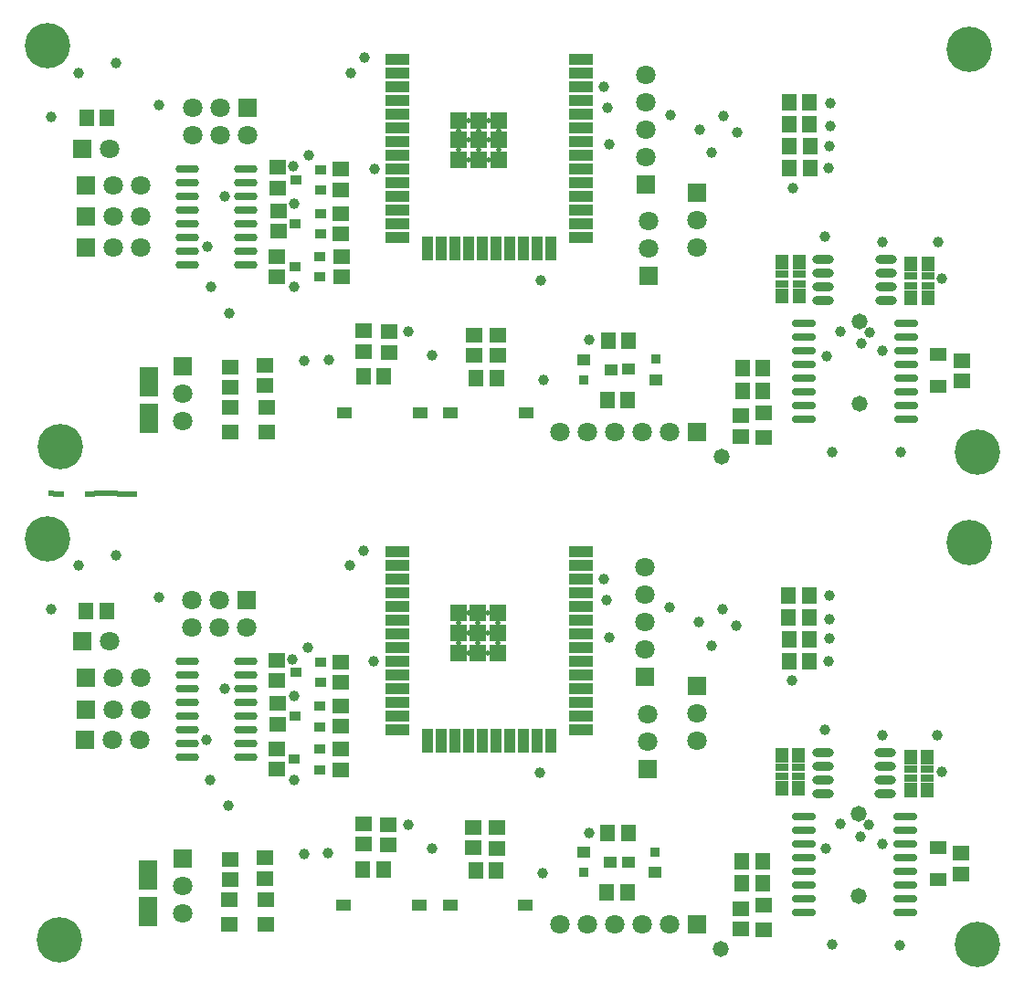
<source format=gts>
G04 Layer_Color=8388736*
%FSTAX24Y24*%
%MOIN*%
G70*
G01*
G75*
%ADD10R,0.0374X0.0354*%
%ADD50R,0.0454X0.0434*%
%ADD51R,0.0631X0.0552*%
%ADD52R,0.0474X0.0537*%
%ADD53R,0.0474X0.0280*%
%ADD54R,0.0552X0.0631*%
%ADD55R,0.0630X0.0580*%
%ADD56R,0.0552X0.0395*%
%ADD57R,0.0671X0.1064*%
%ADD58R,0.0631X0.0474*%
%ADD59O,0.0789X0.0316*%
%ADD60R,0.0434X0.0356*%
%ADD61O,0.0880X0.0297*%
%ADD62R,0.0867X0.0434*%
%ADD63R,0.0434X0.0867*%
%ADD64R,0.0604X0.0604*%
%ADD65O,0.0867X0.0297*%
%ADD66R,0.0710X0.0710*%
%ADD67C,0.0710*%
%ADD68R,0.0710X0.0710*%
%ADD69C,0.0198*%
%ADD70C,0.1655*%
%ADD71C,0.0237*%
%ADD72C,0.0580*%
%ADD73C,0.0395*%
D10*
X034082Y05079D02*
D03*
X036693Y051553D02*
D03*
X034067Y032809D02*
D03*
X036677Y033573D02*
D03*
D50*
X035067Y051164D02*
D03*
X034082Y051538D02*
D03*
X035708Y051179D02*
D03*
X036693Y050805D02*
D03*
X034067Y033557D02*
D03*
X035051Y033183D02*
D03*
X036677Y032825D02*
D03*
X035693Y033199D02*
D03*
D51*
X047866Y051498D02*
D03*
Y05075D02*
D03*
X039815Y048735D02*
D03*
Y049483D02*
D03*
X030933Y052429D02*
D03*
Y051681D02*
D03*
X030059Y051693D02*
D03*
Y052441D02*
D03*
X026964Y051796D02*
D03*
Y052544D02*
D03*
X026051Y052579D02*
D03*
Y051831D02*
D03*
X02522Y057741D02*
D03*
Y058489D02*
D03*
Y056123D02*
D03*
Y056871D02*
D03*
X02524Y054544D02*
D03*
Y055292D02*
D03*
X022925Y056961D02*
D03*
Y056213D02*
D03*
X022885Y05456D02*
D03*
Y055308D02*
D03*
X022894Y058555D02*
D03*
Y057807D02*
D03*
X022452Y050579D02*
D03*
Y051327D02*
D03*
X021181Y050524D02*
D03*
Y051272D02*
D03*
X025204Y040508D02*
D03*
Y03976D02*
D03*
X026036Y03385D02*
D03*
Y034599D02*
D03*
X022436Y033347D02*
D03*
Y032599D02*
D03*
X021165Y033292D02*
D03*
Y032544D02*
D03*
X04785Y03277D02*
D03*
Y033518D02*
D03*
X039799Y031502D02*
D03*
Y030754D02*
D03*
X022878Y039827D02*
D03*
Y040575D02*
D03*
X025204Y03889D02*
D03*
Y038142D02*
D03*
X02291Y038232D02*
D03*
Y03898D02*
D03*
X025224Y037312D02*
D03*
Y036564D02*
D03*
X02287Y037327D02*
D03*
Y036579D02*
D03*
X026948Y034564D02*
D03*
Y033816D02*
D03*
X030043Y034461D02*
D03*
Y033713D02*
D03*
X030917Y033701D02*
D03*
Y034449D02*
D03*
D52*
X046008Y053795D02*
D03*
Y055015D02*
D03*
X046628Y053795D02*
D03*
Y055015D02*
D03*
X041938Y055087D02*
D03*
Y053867D02*
D03*
X041318Y055087D02*
D03*
Y053867D02*
D03*
X041302Y035887D02*
D03*
Y037107D02*
D03*
X041922Y035887D02*
D03*
Y037107D02*
D03*
X046612Y037035D02*
D03*
Y035815D02*
D03*
X045992Y037035D02*
D03*
Y035815D02*
D03*
D53*
X046008Y054235D02*
D03*
X046007Y054576D02*
D03*
X046628Y054235D02*
D03*
Y054576D02*
D03*
X041938Y054648D02*
D03*
X041938Y054306D02*
D03*
X041317Y054648D02*
D03*
Y054306D02*
D03*
X041301Y036326D02*
D03*
Y036667D02*
D03*
X041922Y036326D02*
D03*
X041922Y036667D02*
D03*
X046613Y036596D02*
D03*
Y036254D02*
D03*
X045991Y036596D02*
D03*
X045992Y036254D02*
D03*
D54*
X042309Y060918D02*
D03*
X041561D02*
D03*
X042309Y060118D02*
D03*
X041561D02*
D03*
X042327Y059315D02*
D03*
X041579D02*
D03*
X042325Y058516D02*
D03*
X041577D02*
D03*
X04061Y051211D02*
D03*
X039862D02*
D03*
X04061Y0504D02*
D03*
X039862D02*
D03*
X034971Y052227D02*
D03*
X035719D02*
D03*
X034935Y05007D02*
D03*
X035683D02*
D03*
X030892Y050866D02*
D03*
X030144D02*
D03*
X026029Y050918D02*
D03*
X026777D02*
D03*
X015927Y06035D02*
D03*
X016675D02*
D03*
X035667Y032089D02*
D03*
X034919D02*
D03*
X035703Y034247D02*
D03*
X034955D02*
D03*
X041561Y040536D02*
D03*
X042309D02*
D03*
X041563Y041335D02*
D03*
X042311D02*
D03*
X041546Y042138D02*
D03*
X042294D02*
D03*
X041546Y042937D02*
D03*
X042294D02*
D03*
X016659Y04237D02*
D03*
X015911D02*
D03*
X030128Y032885D02*
D03*
X030876D02*
D03*
X026761Y032938D02*
D03*
X026013D02*
D03*
X039846Y033231D02*
D03*
X040594D02*
D03*
X039846Y03242D02*
D03*
X040594D02*
D03*
D55*
X040653Y048689D02*
D03*
Y049589D02*
D03*
X0225Y048904D02*
D03*
Y049804D02*
D03*
X021173Y048908D02*
D03*
Y049808D02*
D03*
X022484Y031824D02*
D03*
Y030924D02*
D03*
X021157Y031827D02*
D03*
Y030927D02*
D03*
X040638Y031609D02*
D03*
Y030709D02*
D03*
D56*
X031964Y049597D02*
D03*
X029208D02*
D03*
X025338D02*
D03*
X028094D02*
D03*
X029193Y031616D02*
D03*
X031949D02*
D03*
X028079D02*
D03*
X025323D02*
D03*
D57*
X018205Y04938D02*
D03*
Y050719D02*
D03*
X018189Y032738D02*
D03*
Y0314D02*
D03*
D58*
X047008Y051709D02*
D03*
Y050548D02*
D03*
X046992Y032567D02*
D03*
Y033729D02*
D03*
D59*
X045094Y053681D02*
D03*
Y054181D02*
D03*
Y054681D02*
D03*
Y055181D02*
D03*
X042811Y053681D02*
D03*
Y054181D02*
D03*
Y054681D02*
D03*
Y055181D02*
D03*
X042795Y037201D02*
D03*
Y036701D02*
D03*
Y036201D02*
D03*
Y035701D02*
D03*
X045079Y037201D02*
D03*
Y036701D02*
D03*
Y036201D02*
D03*
Y035701D02*
D03*
D60*
X02446Y056868D02*
D03*
Y05612D02*
D03*
X023555Y056494D02*
D03*
X02448Y058475D02*
D03*
Y057727D02*
D03*
X023575Y058101D02*
D03*
X024445Y055301D02*
D03*
Y054553D02*
D03*
X023539Y054927D02*
D03*
X023559Y04012D02*
D03*
X024464Y039746D02*
D03*
Y040494D02*
D03*
X023539Y038514D02*
D03*
X024445Y03814D02*
D03*
Y038888D02*
D03*
X023523Y036947D02*
D03*
X024429Y036573D02*
D03*
Y037321D02*
D03*
D61*
X042108Y052855D02*
D03*
Y052355D02*
D03*
Y051855D02*
D03*
Y051355D02*
D03*
Y050855D02*
D03*
Y050355D02*
D03*
Y049855D02*
D03*
Y049355D02*
D03*
X045829Y052855D02*
D03*
Y052355D02*
D03*
Y051855D02*
D03*
Y051355D02*
D03*
Y050855D02*
D03*
Y050355D02*
D03*
Y049855D02*
D03*
Y049355D02*
D03*
X045813Y031374D02*
D03*
Y031874D02*
D03*
Y032374D02*
D03*
Y032874D02*
D03*
Y033374D02*
D03*
Y033874D02*
D03*
Y034374D02*
D03*
Y034874D02*
D03*
X042092Y031374D02*
D03*
Y031874D02*
D03*
Y032374D02*
D03*
Y032874D02*
D03*
Y033374D02*
D03*
Y033874D02*
D03*
Y034374D02*
D03*
Y034874D02*
D03*
D62*
X027286Y062497D02*
D03*
Y061997D02*
D03*
Y061497D02*
D03*
Y060997D02*
D03*
Y060497D02*
D03*
Y059997D02*
D03*
Y059497D02*
D03*
Y058997D02*
D03*
Y058497D02*
D03*
Y057997D02*
D03*
Y057497D02*
D03*
Y056997D02*
D03*
Y056497D02*
D03*
Y055997D02*
D03*
X033979D02*
D03*
Y056497D02*
D03*
Y056997D02*
D03*
Y057497D02*
D03*
Y057997D02*
D03*
Y058497D02*
D03*
Y058997D02*
D03*
Y059497D02*
D03*
Y059997D02*
D03*
Y060497D02*
D03*
Y060997D02*
D03*
Y061497D02*
D03*
Y061997D02*
D03*
Y062497D02*
D03*
X033964Y044516D02*
D03*
Y044016D02*
D03*
Y043516D02*
D03*
Y043016D02*
D03*
Y042516D02*
D03*
Y042016D02*
D03*
Y041516D02*
D03*
Y041016D02*
D03*
Y040516D02*
D03*
Y040016D02*
D03*
Y039516D02*
D03*
Y039016D02*
D03*
Y038516D02*
D03*
Y038016D02*
D03*
X027271D02*
D03*
Y038516D02*
D03*
Y039016D02*
D03*
Y039516D02*
D03*
Y040016D02*
D03*
Y040516D02*
D03*
Y041016D02*
D03*
Y041516D02*
D03*
Y042016D02*
D03*
Y042516D02*
D03*
Y043016D02*
D03*
Y043516D02*
D03*
Y044016D02*
D03*
Y044516D02*
D03*
D63*
X028383Y055603D02*
D03*
X028883D02*
D03*
X029383D02*
D03*
X029883D02*
D03*
X030383D02*
D03*
X030883D02*
D03*
X031383D02*
D03*
X031883D02*
D03*
X032383D02*
D03*
X032883D02*
D03*
X032867Y037623D02*
D03*
X032367D02*
D03*
X031867D02*
D03*
X031367D02*
D03*
X030867D02*
D03*
X030367D02*
D03*
X029867D02*
D03*
X029367D02*
D03*
X028867D02*
D03*
X028367D02*
D03*
D64*
X029517Y060266D02*
D03*
X030239D02*
D03*
X030962D02*
D03*
X029517Y059544D02*
D03*
X030239D02*
D03*
X030962D02*
D03*
X029517Y058821D02*
D03*
X030239D02*
D03*
X030962D02*
D03*
X030946Y040841D02*
D03*
X030223D02*
D03*
X029501D02*
D03*
X030946Y041564D02*
D03*
X030223D02*
D03*
X029501D02*
D03*
X030946Y042286D02*
D03*
X030223D02*
D03*
X029501D02*
D03*
D65*
X019622Y058504D02*
D03*
Y058004D02*
D03*
Y057504D02*
D03*
Y057004D02*
D03*
Y056504D02*
D03*
Y056004D02*
D03*
Y055504D02*
D03*
Y055004D02*
D03*
X021748Y058504D02*
D03*
Y058004D02*
D03*
Y057504D02*
D03*
Y057004D02*
D03*
Y056504D02*
D03*
Y056004D02*
D03*
Y055504D02*
D03*
Y055004D02*
D03*
X021732Y037024D02*
D03*
Y037524D02*
D03*
Y038024D02*
D03*
Y038524D02*
D03*
Y039024D02*
D03*
Y039524D02*
D03*
Y040024D02*
D03*
Y040524D02*
D03*
X019606Y037024D02*
D03*
Y037524D02*
D03*
Y038024D02*
D03*
Y038524D02*
D03*
Y039024D02*
D03*
Y039524D02*
D03*
Y040024D02*
D03*
Y040524D02*
D03*
D66*
X03633Y057939D02*
D03*
X03822Y057618D02*
D03*
X036425Y054581D02*
D03*
X019453Y051298D02*
D03*
X019437Y033317D02*
D03*
X038205Y039638D02*
D03*
X036315Y039959D02*
D03*
X036409Y036601D02*
D03*
D67*
X03633Y058939D02*
D03*
Y059939D02*
D03*
Y060939D02*
D03*
Y061939D02*
D03*
X03822Y056618D02*
D03*
Y055618D02*
D03*
X036425Y055581D02*
D03*
Y056581D02*
D03*
X019453Y050298D02*
D03*
Y049298D02*
D03*
X033224Y048904D02*
D03*
X034224D02*
D03*
X035224D02*
D03*
X036224D02*
D03*
X037224D02*
D03*
X019791Y060731D02*
D03*
X020791D02*
D03*
X019791Y059731D02*
D03*
X020791D02*
D03*
X021791D02*
D03*
X016783Y059239D02*
D03*
X016901Y055632D02*
D03*
X017901D02*
D03*
X016913Y057896D02*
D03*
X017913D02*
D03*
X016921Y056754D02*
D03*
X017921D02*
D03*
X019437Y031317D02*
D03*
Y032317D02*
D03*
X038205Y037638D02*
D03*
Y038638D02*
D03*
X036315Y043959D02*
D03*
Y042959D02*
D03*
Y041959D02*
D03*
Y040959D02*
D03*
X036409Y038601D02*
D03*
Y037601D02*
D03*
X017886Y037652D02*
D03*
X016886D02*
D03*
X016767Y041258D02*
D03*
X037208Y030924D02*
D03*
X036208D02*
D03*
X035208D02*
D03*
X034208D02*
D03*
X033208D02*
D03*
X021775Y04175D02*
D03*
X020775D02*
D03*
X019775D02*
D03*
X020775Y04275D02*
D03*
X019775D02*
D03*
X017905Y038774D02*
D03*
X016905D02*
D03*
X017897Y039916D02*
D03*
X016897D02*
D03*
D68*
X038224Y048904D02*
D03*
X021791Y060731D02*
D03*
X015783Y059239D02*
D03*
X015901Y055632D02*
D03*
X015913Y057896D02*
D03*
X015921Y056754D02*
D03*
X015886Y037652D02*
D03*
X015768Y041258D02*
D03*
X038208Y030924D02*
D03*
X021775Y04275D02*
D03*
X015905Y038774D02*
D03*
X015897Y039916D02*
D03*
D69*
X029878Y060266D02*
D03*
X0306D02*
D03*
X029517Y059905D02*
D03*
X030239D02*
D03*
X030962D02*
D03*
X029878Y059544D02*
D03*
X0306D02*
D03*
X029517Y059183D02*
D03*
X030239D02*
D03*
X030962D02*
D03*
X029878Y058821D02*
D03*
X0306D02*
D03*
X030585Y040841D02*
D03*
X029862D02*
D03*
X030946Y041202D02*
D03*
X030223D02*
D03*
X029501D02*
D03*
X030585Y041564D02*
D03*
X029862D02*
D03*
X030946Y041925D02*
D03*
X030223D02*
D03*
X029501D02*
D03*
X030585Y042286D02*
D03*
X029862D02*
D03*
D70*
X048146Y062854D02*
D03*
X048441Y048161D02*
D03*
X014508Y062988D02*
D03*
X014965Y048346D02*
D03*
X014492Y045008D02*
D03*
X048425Y030181D02*
D03*
X04813Y044874D02*
D03*
X014949Y030366D02*
D03*
D71*
X017677Y04663D02*
D03*
X017476D02*
D03*
X017311Y046634D02*
D03*
X017142D02*
D03*
X016976Y046642D02*
D03*
X016807D02*
D03*
X016646D02*
D03*
X016476Y04665D02*
D03*
X016311Y046642D02*
D03*
X016142Y046638D02*
D03*
X015972D02*
D03*
X014638Y04665D02*
D03*
X014815Y046638D02*
D03*
X014992D02*
D03*
D72*
X044126Y049933D02*
D03*
X044128Y052927D02*
D03*
X039094Y048D02*
D03*
X039079Y03002D02*
D03*
X044112Y034947D02*
D03*
X04411Y031953D02*
D03*
D73*
X039173Y060413D02*
D03*
X041701Y057807D02*
D03*
X034287Y052244D02*
D03*
X025565Y061994D02*
D03*
X024772Y051512D02*
D03*
X023874Y05148D02*
D03*
X04715Y054476D02*
D03*
X045634Y048146D02*
D03*
X043067Y060898D02*
D03*
X043063Y060055D02*
D03*
X043051Y059327D02*
D03*
X044978Y055819D02*
D03*
X044986Y051852D02*
D03*
X044193Y052114D02*
D03*
X043154Y048161D02*
D03*
X038295Y059941D02*
D03*
X035024Y059378D02*
D03*
X026427Y058494D02*
D03*
X024028Y059004D02*
D03*
X020978Y057502D02*
D03*
X018575Y060823D02*
D03*
X0445Y052528D02*
D03*
X043457Y052571D02*
D03*
X042929Y051661D02*
D03*
X037228Y060472D02*
D03*
X032594Y050787D02*
D03*
X028551Y051685D02*
D03*
X027677Y052555D02*
D03*
X023508Y057224D02*
D03*
X023472Y058587D02*
D03*
X02113Y053228D02*
D03*
X020331Y055646D02*
D03*
X015646Y061992D02*
D03*
X01465Y060398D02*
D03*
X046996Y055819D02*
D03*
X043008Y058516D02*
D03*
X04289Y05602D02*
D03*
X039659Y059817D02*
D03*
X038748Y059083D02*
D03*
X034817Y061494D02*
D03*
X034933Y060736D02*
D03*
X032504Y054433D02*
D03*
X026059Y062547D02*
D03*
X023508Y054181D02*
D03*
X020461Y054185D02*
D03*
X017016Y062362D02*
D03*
X014634Y042417D02*
D03*
X01563Y044012D02*
D03*
X017Y044382D02*
D03*
X020445Y036205D02*
D03*
X018559Y042843D02*
D03*
X028535Y033705D02*
D03*
X024756Y033531D02*
D03*
X032488Y036453D02*
D03*
X023858Y0335D02*
D03*
X026043Y044567D02*
D03*
X027661Y034575D02*
D03*
X032579Y032807D02*
D03*
X021114Y035248D02*
D03*
X025549Y044014D02*
D03*
X024012Y041024D02*
D03*
X020315Y037665D02*
D03*
X020963Y039522D02*
D03*
X023492Y036201D02*
D03*
Y039244D02*
D03*
X023457Y040606D02*
D03*
X034801Y043514D02*
D03*
X034917Y042756D02*
D03*
X034272Y034264D02*
D03*
X026411Y040514D02*
D03*
X045618Y030165D02*
D03*
X043138Y030181D02*
D03*
X047134Y036496D02*
D03*
X04497Y033872D02*
D03*
X044963Y037839D02*
D03*
X04698D02*
D03*
X042874Y038039D02*
D03*
X044484Y034547D02*
D03*
X042913Y033681D02*
D03*
X043441Y03459D02*
D03*
X044177Y034134D02*
D03*
X043047Y042075D02*
D03*
X043035Y041346D02*
D03*
X043051Y042917D02*
D03*
X042992Y040536D02*
D03*
X035008Y041398D02*
D03*
X037213Y042492D02*
D03*
X038732Y041102D02*
D03*
X039644Y041837D02*
D03*
X039157Y042433D02*
D03*
X03828Y041961D02*
D03*
X041685Y039827D02*
D03*
M02*

</source>
